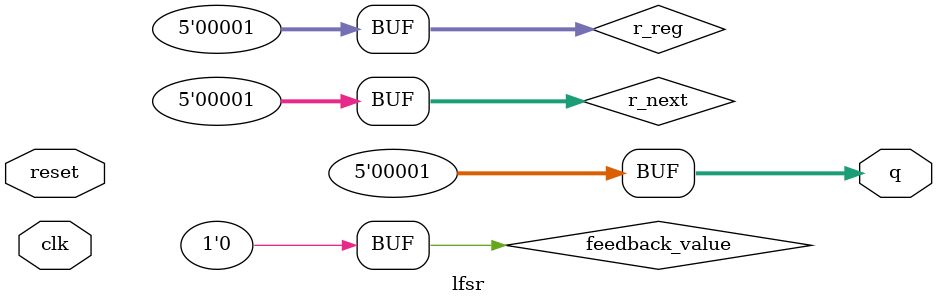
<source format=v>
module lfsr( 
    input clk,
    input reset,
    output [4:0] q
); 
reg [4:0] r_reg;
wire [4:0] r_next;
wire feedback_value;
// on reset set the value of r_reg to 1
// otherwise assign r_next to r_reg
// assign the xor of bit positions 2 and 4 of r_reg to feedback_value
// assign feedback concatenated with 4 most significant bits of r_reg to r_next
// assign r_reg to the output q
initial begin
    r_reg = 1;
    r_next = r_reg;
    feedback_value = 0;
    q = r_reg;
    r_reg = r_next;
    r_next = r_reg;
end
endmodule

</source>
